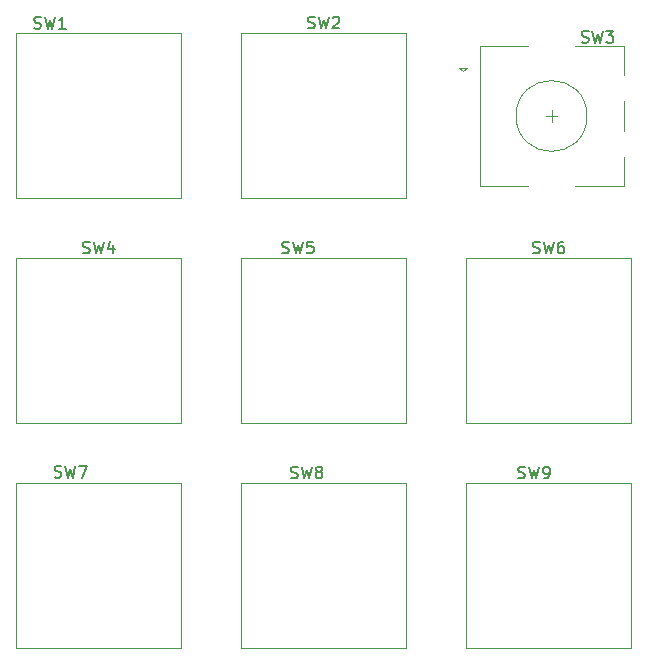
<source format=gbr>
%TF.GenerationSoftware,KiCad,Pcbnew,9.0.3*%
%TF.CreationDate,2025-07-24T19:08:25+05:30*%
%TF.ProjectId,hackpad,6861636b-7061-4642-9e6b-696361645f70,rev?*%
%TF.SameCoordinates,Original*%
%TF.FileFunction,Legend,Top*%
%TF.FilePolarity,Positive*%
%FSLAX46Y46*%
G04 Gerber Fmt 4.6, Leading zero omitted, Abs format (unit mm)*
G04 Created by KiCad (PCBNEW 9.0.3) date 2025-07-24 19:08:25*
%MOMM*%
%LPD*%
G01*
G04 APERTURE LIST*
%ADD10C,0.150000*%
%ADD11C,0.120000*%
G04 APERTURE END LIST*
D10*
X126976667Y-92689700D02*
X127119524Y-92737319D01*
X127119524Y-92737319D02*
X127357619Y-92737319D01*
X127357619Y-92737319D02*
X127452857Y-92689700D01*
X127452857Y-92689700D02*
X127500476Y-92642080D01*
X127500476Y-92642080D02*
X127548095Y-92546842D01*
X127548095Y-92546842D02*
X127548095Y-92451604D01*
X127548095Y-92451604D02*
X127500476Y-92356366D01*
X127500476Y-92356366D02*
X127452857Y-92308747D01*
X127452857Y-92308747D02*
X127357619Y-92261128D01*
X127357619Y-92261128D02*
X127167143Y-92213509D01*
X127167143Y-92213509D02*
X127071905Y-92165890D01*
X127071905Y-92165890D02*
X127024286Y-92118271D01*
X127024286Y-92118271D02*
X126976667Y-92023033D01*
X126976667Y-92023033D02*
X126976667Y-91927795D01*
X126976667Y-91927795D02*
X127024286Y-91832557D01*
X127024286Y-91832557D02*
X127071905Y-91784938D01*
X127071905Y-91784938D02*
X127167143Y-91737319D01*
X127167143Y-91737319D02*
X127405238Y-91737319D01*
X127405238Y-91737319D02*
X127548095Y-91784938D01*
X127881429Y-91737319D02*
X128119524Y-92737319D01*
X128119524Y-92737319D02*
X128310000Y-92023033D01*
X128310000Y-92023033D02*
X128500476Y-92737319D01*
X128500476Y-92737319D02*
X128738572Y-91737319D01*
X129548095Y-92070652D02*
X129548095Y-92737319D01*
X129310000Y-91689700D02*
X129071905Y-92403985D01*
X129071905Y-92403985D02*
X129690952Y-92403985D01*
X169218667Y-74858700D02*
X169361524Y-74906319D01*
X169361524Y-74906319D02*
X169599619Y-74906319D01*
X169599619Y-74906319D02*
X169694857Y-74858700D01*
X169694857Y-74858700D02*
X169742476Y-74811080D01*
X169742476Y-74811080D02*
X169790095Y-74715842D01*
X169790095Y-74715842D02*
X169790095Y-74620604D01*
X169790095Y-74620604D02*
X169742476Y-74525366D01*
X169742476Y-74525366D02*
X169694857Y-74477747D01*
X169694857Y-74477747D02*
X169599619Y-74430128D01*
X169599619Y-74430128D02*
X169409143Y-74382509D01*
X169409143Y-74382509D02*
X169313905Y-74334890D01*
X169313905Y-74334890D02*
X169266286Y-74287271D01*
X169266286Y-74287271D02*
X169218667Y-74192033D01*
X169218667Y-74192033D02*
X169218667Y-74096795D01*
X169218667Y-74096795D02*
X169266286Y-74001557D01*
X169266286Y-74001557D02*
X169313905Y-73953938D01*
X169313905Y-73953938D02*
X169409143Y-73906319D01*
X169409143Y-73906319D02*
X169647238Y-73906319D01*
X169647238Y-73906319D02*
X169790095Y-73953938D01*
X170123429Y-73906319D02*
X170361524Y-74906319D01*
X170361524Y-74906319D02*
X170552000Y-74192033D01*
X170552000Y-74192033D02*
X170742476Y-74906319D01*
X170742476Y-74906319D02*
X170980572Y-73906319D01*
X171266286Y-73906319D02*
X171885333Y-73906319D01*
X171885333Y-73906319D02*
X171552000Y-74287271D01*
X171552000Y-74287271D02*
X171694857Y-74287271D01*
X171694857Y-74287271D02*
X171790095Y-74334890D01*
X171790095Y-74334890D02*
X171837714Y-74382509D01*
X171837714Y-74382509D02*
X171885333Y-74477747D01*
X171885333Y-74477747D02*
X171885333Y-74715842D01*
X171885333Y-74715842D02*
X171837714Y-74811080D01*
X171837714Y-74811080D02*
X171790095Y-74858700D01*
X171790095Y-74858700D02*
X171694857Y-74906319D01*
X171694857Y-74906319D02*
X171409143Y-74906319D01*
X171409143Y-74906319D02*
X171313905Y-74858700D01*
X171313905Y-74858700D02*
X171266286Y-74811080D01*
X122838667Y-73673861D02*
X122981524Y-73721480D01*
X122981524Y-73721480D02*
X123219619Y-73721480D01*
X123219619Y-73721480D02*
X123314857Y-73673861D01*
X123314857Y-73673861D02*
X123362476Y-73626241D01*
X123362476Y-73626241D02*
X123410095Y-73531003D01*
X123410095Y-73531003D02*
X123410095Y-73435765D01*
X123410095Y-73435765D02*
X123362476Y-73340527D01*
X123362476Y-73340527D02*
X123314857Y-73292908D01*
X123314857Y-73292908D02*
X123219619Y-73245289D01*
X123219619Y-73245289D02*
X123029143Y-73197670D01*
X123029143Y-73197670D02*
X122933905Y-73150051D01*
X122933905Y-73150051D02*
X122886286Y-73102432D01*
X122886286Y-73102432D02*
X122838667Y-73007194D01*
X122838667Y-73007194D02*
X122838667Y-72911956D01*
X122838667Y-72911956D02*
X122886286Y-72816718D01*
X122886286Y-72816718D02*
X122933905Y-72769099D01*
X122933905Y-72769099D02*
X123029143Y-72721480D01*
X123029143Y-72721480D02*
X123267238Y-72721480D01*
X123267238Y-72721480D02*
X123410095Y-72769099D01*
X123743429Y-72721480D02*
X123981524Y-73721480D01*
X123981524Y-73721480D02*
X124172000Y-73007194D01*
X124172000Y-73007194D02*
X124362476Y-73721480D01*
X124362476Y-73721480D02*
X124600572Y-72721480D01*
X125505333Y-73721480D02*
X124933905Y-73721480D01*
X125219619Y-73721480D02*
X125219619Y-72721480D01*
X125219619Y-72721480D02*
X125124381Y-72864337D01*
X125124381Y-72864337D02*
X125029143Y-72959575D01*
X125029143Y-72959575D02*
X124933905Y-73007194D01*
X163838667Y-111739700D02*
X163981524Y-111787319D01*
X163981524Y-111787319D02*
X164219619Y-111787319D01*
X164219619Y-111787319D02*
X164314857Y-111739700D01*
X164314857Y-111739700D02*
X164362476Y-111692080D01*
X164362476Y-111692080D02*
X164410095Y-111596842D01*
X164410095Y-111596842D02*
X164410095Y-111501604D01*
X164410095Y-111501604D02*
X164362476Y-111406366D01*
X164362476Y-111406366D02*
X164314857Y-111358747D01*
X164314857Y-111358747D02*
X164219619Y-111311128D01*
X164219619Y-111311128D02*
X164029143Y-111263509D01*
X164029143Y-111263509D02*
X163933905Y-111215890D01*
X163933905Y-111215890D02*
X163886286Y-111168271D01*
X163886286Y-111168271D02*
X163838667Y-111073033D01*
X163838667Y-111073033D02*
X163838667Y-110977795D01*
X163838667Y-110977795D02*
X163886286Y-110882557D01*
X163886286Y-110882557D02*
X163933905Y-110834938D01*
X163933905Y-110834938D02*
X164029143Y-110787319D01*
X164029143Y-110787319D02*
X164267238Y-110787319D01*
X164267238Y-110787319D02*
X164410095Y-110834938D01*
X164743429Y-110787319D02*
X164981524Y-111787319D01*
X164981524Y-111787319D02*
X165172000Y-111073033D01*
X165172000Y-111073033D02*
X165362476Y-111787319D01*
X165362476Y-111787319D02*
X165600572Y-110787319D01*
X166029143Y-111787319D02*
X166219619Y-111787319D01*
X166219619Y-111787319D02*
X166314857Y-111739700D01*
X166314857Y-111739700D02*
X166362476Y-111692080D01*
X166362476Y-111692080D02*
X166457714Y-111549223D01*
X166457714Y-111549223D02*
X166505333Y-111358747D01*
X166505333Y-111358747D02*
X166505333Y-110977795D01*
X166505333Y-110977795D02*
X166457714Y-110882557D01*
X166457714Y-110882557D02*
X166410095Y-110834938D01*
X166410095Y-110834938D02*
X166314857Y-110787319D01*
X166314857Y-110787319D02*
X166124381Y-110787319D01*
X166124381Y-110787319D02*
X166029143Y-110834938D01*
X166029143Y-110834938D02*
X165981524Y-110882557D01*
X165981524Y-110882557D02*
X165933905Y-110977795D01*
X165933905Y-110977795D02*
X165933905Y-111215890D01*
X165933905Y-111215890D02*
X165981524Y-111311128D01*
X165981524Y-111311128D02*
X166029143Y-111358747D01*
X166029143Y-111358747D02*
X166124381Y-111406366D01*
X166124381Y-111406366D02*
X166314857Y-111406366D01*
X166314857Y-111406366D02*
X166410095Y-111358747D01*
X166410095Y-111358747D02*
X166457714Y-111311128D01*
X166457714Y-111311128D02*
X166505333Y-111215890D01*
X124588667Y-111673861D02*
X124731524Y-111721480D01*
X124731524Y-111721480D02*
X124969619Y-111721480D01*
X124969619Y-111721480D02*
X125064857Y-111673861D01*
X125064857Y-111673861D02*
X125112476Y-111626241D01*
X125112476Y-111626241D02*
X125160095Y-111531003D01*
X125160095Y-111531003D02*
X125160095Y-111435765D01*
X125160095Y-111435765D02*
X125112476Y-111340527D01*
X125112476Y-111340527D02*
X125064857Y-111292908D01*
X125064857Y-111292908D02*
X124969619Y-111245289D01*
X124969619Y-111245289D02*
X124779143Y-111197670D01*
X124779143Y-111197670D02*
X124683905Y-111150051D01*
X124683905Y-111150051D02*
X124636286Y-111102432D01*
X124636286Y-111102432D02*
X124588667Y-111007194D01*
X124588667Y-111007194D02*
X124588667Y-110911956D01*
X124588667Y-110911956D02*
X124636286Y-110816718D01*
X124636286Y-110816718D02*
X124683905Y-110769099D01*
X124683905Y-110769099D02*
X124779143Y-110721480D01*
X124779143Y-110721480D02*
X125017238Y-110721480D01*
X125017238Y-110721480D02*
X125160095Y-110769099D01*
X125493429Y-110721480D02*
X125731524Y-111721480D01*
X125731524Y-111721480D02*
X125922000Y-111007194D01*
X125922000Y-111007194D02*
X126112476Y-111721480D01*
X126112476Y-111721480D02*
X126350572Y-110721480D01*
X126636286Y-110721480D02*
X127302952Y-110721480D01*
X127302952Y-110721480D02*
X126874381Y-111721480D01*
X146026667Y-73639700D02*
X146169524Y-73687319D01*
X146169524Y-73687319D02*
X146407619Y-73687319D01*
X146407619Y-73687319D02*
X146502857Y-73639700D01*
X146502857Y-73639700D02*
X146550476Y-73592080D01*
X146550476Y-73592080D02*
X146598095Y-73496842D01*
X146598095Y-73496842D02*
X146598095Y-73401604D01*
X146598095Y-73401604D02*
X146550476Y-73306366D01*
X146550476Y-73306366D02*
X146502857Y-73258747D01*
X146502857Y-73258747D02*
X146407619Y-73211128D01*
X146407619Y-73211128D02*
X146217143Y-73163509D01*
X146217143Y-73163509D02*
X146121905Y-73115890D01*
X146121905Y-73115890D02*
X146074286Y-73068271D01*
X146074286Y-73068271D02*
X146026667Y-72973033D01*
X146026667Y-72973033D02*
X146026667Y-72877795D01*
X146026667Y-72877795D02*
X146074286Y-72782557D01*
X146074286Y-72782557D02*
X146121905Y-72734938D01*
X146121905Y-72734938D02*
X146217143Y-72687319D01*
X146217143Y-72687319D02*
X146455238Y-72687319D01*
X146455238Y-72687319D02*
X146598095Y-72734938D01*
X146931429Y-72687319D02*
X147169524Y-73687319D01*
X147169524Y-73687319D02*
X147360000Y-72973033D01*
X147360000Y-72973033D02*
X147550476Y-73687319D01*
X147550476Y-73687319D02*
X147788572Y-72687319D01*
X148121905Y-72782557D02*
X148169524Y-72734938D01*
X148169524Y-72734938D02*
X148264762Y-72687319D01*
X148264762Y-72687319D02*
X148502857Y-72687319D01*
X148502857Y-72687319D02*
X148598095Y-72734938D01*
X148598095Y-72734938D02*
X148645714Y-72782557D01*
X148645714Y-72782557D02*
X148693333Y-72877795D01*
X148693333Y-72877795D02*
X148693333Y-72973033D01*
X148693333Y-72973033D02*
X148645714Y-73115890D01*
X148645714Y-73115890D02*
X148074286Y-73687319D01*
X148074286Y-73687319D02*
X148693333Y-73687319D01*
X143838667Y-92689700D02*
X143981524Y-92737319D01*
X143981524Y-92737319D02*
X144219619Y-92737319D01*
X144219619Y-92737319D02*
X144314857Y-92689700D01*
X144314857Y-92689700D02*
X144362476Y-92642080D01*
X144362476Y-92642080D02*
X144410095Y-92546842D01*
X144410095Y-92546842D02*
X144410095Y-92451604D01*
X144410095Y-92451604D02*
X144362476Y-92356366D01*
X144362476Y-92356366D02*
X144314857Y-92308747D01*
X144314857Y-92308747D02*
X144219619Y-92261128D01*
X144219619Y-92261128D02*
X144029143Y-92213509D01*
X144029143Y-92213509D02*
X143933905Y-92165890D01*
X143933905Y-92165890D02*
X143886286Y-92118271D01*
X143886286Y-92118271D02*
X143838667Y-92023033D01*
X143838667Y-92023033D02*
X143838667Y-91927795D01*
X143838667Y-91927795D02*
X143886286Y-91832557D01*
X143886286Y-91832557D02*
X143933905Y-91784938D01*
X143933905Y-91784938D02*
X144029143Y-91737319D01*
X144029143Y-91737319D02*
X144267238Y-91737319D01*
X144267238Y-91737319D02*
X144410095Y-91784938D01*
X144743429Y-91737319D02*
X144981524Y-92737319D01*
X144981524Y-92737319D02*
X145172000Y-92023033D01*
X145172000Y-92023033D02*
X145362476Y-92737319D01*
X145362476Y-92737319D02*
X145600572Y-91737319D01*
X146457714Y-91737319D02*
X145981524Y-91737319D01*
X145981524Y-91737319D02*
X145933905Y-92213509D01*
X145933905Y-92213509D02*
X145981524Y-92165890D01*
X145981524Y-92165890D02*
X146076762Y-92118271D01*
X146076762Y-92118271D02*
X146314857Y-92118271D01*
X146314857Y-92118271D02*
X146410095Y-92165890D01*
X146410095Y-92165890D02*
X146457714Y-92213509D01*
X146457714Y-92213509D02*
X146505333Y-92308747D01*
X146505333Y-92308747D02*
X146505333Y-92546842D01*
X146505333Y-92546842D02*
X146457714Y-92642080D01*
X146457714Y-92642080D02*
X146410095Y-92689700D01*
X146410095Y-92689700D02*
X146314857Y-92737319D01*
X146314857Y-92737319D02*
X146076762Y-92737319D01*
X146076762Y-92737319D02*
X145981524Y-92689700D01*
X145981524Y-92689700D02*
X145933905Y-92642080D01*
X144588667Y-111739700D02*
X144731524Y-111787319D01*
X144731524Y-111787319D02*
X144969619Y-111787319D01*
X144969619Y-111787319D02*
X145064857Y-111739700D01*
X145064857Y-111739700D02*
X145112476Y-111692080D01*
X145112476Y-111692080D02*
X145160095Y-111596842D01*
X145160095Y-111596842D02*
X145160095Y-111501604D01*
X145160095Y-111501604D02*
X145112476Y-111406366D01*
X145112476Y-111406366D02*
X145064857Y-111358747D01*
X145064857Y-111358747D02*
X144969619Y-111311128D01*
X144969619Y-111311128D02*
X144779143Y-111263509D01*
X144779143Y-111263509D02*
X144683905Y-111215890D01*
X144683905Y-111215890D02*
X144636286Y-111168271D01*
X144636286Y-111168271D02*
X144588667Y-111073033D01*
X144588667Y-111073033D02*
X144588667Y-110977795D01*
X144588667Y-110977795D02*
X144636286Y-110882557D01*
X144636286Y-110882557D02*
X144683905Y-110834938D01*
X144683905Y-110834938D02*
X144779143Y-110787319D01*
X144779143Y-110787319D02*
X145017238Y-110787319D01*
X145017238Y-110787319D02*
X145160095Y-110834938D01*
X145493429Y-110787319D02*
X145731524Y-111787319D01*
X145731524Y-111787319D02*
X145922000Y-111073033D01*
X145922000Y-111073033D02*
X146112476Y-111787319D01*
X146112476Y-111787319D02*
X146350572Y-110787319D01*
X146874381Y-111215890D02*
X146779143Y-111168271D01*
X146779143Y-111168271D02*
X146731524Y-111120652D01*
X146731524Y-111120652D02*
X146683905Y-111025414D01*
X146683905Y-111025414D02*
X146683905Y-110977795D01*
X146683905Y-110977795D02*
X146731524Y-110882557D01*
X146731524Y-110882557D02*
X146779143Y-110834938D01*
X146779143Y-110834938D02*
X146874381Y-110787319D01*
X146874381Y-110787319D02*
X147064857Y-110787319D01*
X147064857Y-110787319D02*
X147160095Y-110834938D01*
X147160095Y-110834938D02*
X147207714Y-110882557D01*
X147207714Y-110882557D02*
X147255333Y-110977795D01*
X147255333Y-110977795D02*
X147255333Y-111025414D01*
X147255333Y-111025414D02*
X147207714Y-111120652D01*
X147207714Y-111120652D02*
X147160095Y-111168271D01*
X147160095Y-111168271D02*
X147064857Y-111215890D01*
X147064857Y-111215890D02*
X146874381Y-111215890D01*
X146874381Y-111215890D02*
X146779143Y-111263509D01*
X146779143Y-111263509D02*
X146731524Y-111311128D01*
X146731524Y-111311128D02*
X146683905Y-111406366D01*
X146683905Y-111406366D02*
X146683905Y-111596842D01*
X146683905Y-111596842D02*
X146731524Y-111692080D01*
X146731524Y-111692080D02*
X146779143Y-111739700D01*
X146779143Y-111739700D02*
X146874381Y-111787319D01*
X146874381Y-111787319D02*
X147064857Y-111787319D01*
X147064857Y-111787319D02*
X147160095Y-111739700D01*
X147160095Y-111739700D02*
X147207714Y-111692080D01*
X147207714Y-111692080D02*
X147255333Y-111596842D01*
X147255333Y-111596842D02*
X147255333Y-111406366D01*
X147255333Y-111406366D02*
X147207714Y-111311128D01*
X147207714Y-111311128D02*
X147160095Y-111263509D01*
X147160095Y-111263509D02*
X147064857Y-111215890D01*
X165076667Y-92689700D02*
X165219524Y-92737319D01*
X165219524Y-92737319D02*
X165457619Y-92737319D01*
X165457619Y-92737319D02*
X165552857Y-92689700D01*
X165552857Y-92689700D02*
X165600476Y-92642080D01*
X165600476Y-92642080D02*
X165648095Y-92546842D01*
X165648095Y-92546842D02*
X165648095Y-92451604D01*
X165648095Y-92451604D02*
X165600476Y-92356366D01*
X165600476Y-92356366D02*
X165552857Y-92308747D01*
X165552857Y-92308747D02*
X165457619Y-92261128D01*
X165457619Y-92261128D02*
X165267143Y-92213509D01*
X165267143Y-92213509D02*
X165171905Y-92165890D01*
X165171905Y-92165890D02*
X165124286Y-92118271D01*
X165124286Y-92118271D02*
X165076667Y-92023033D01*
X165076667Y-92023033D02*
X165076667Y-91927795D01*
X165076667Y-91927795D02*
X165124286Y-91832557D01*
X165124286Y-91832557D02*
X165171905Y-91784938D01*
X165171905Y-91784938D02*
X165267143Y-91737319D01*
X165267143Y-91737319D02*
X165505238Y-91737319D01*
X165505238Y-91737319D02*
X165648095Y-91784938D01*
X165981429Y-91737319D02*
X166219524Y-92737319D01*
X166219524Y-92737319D02*
X166410000Y-92023033D01*
X166410000Y-92023033D02*
X166600476Y-92737319D01*
X166600476Y-92737319D02*
X166838572Y-91737319D01*
X167648095Y-91737319D02*
X167457619Y-91737319D01*
X167457619Y-91737319D02*
X167362381Y-91784938D01*
X167362381Y-91784938D02*
X167314762Y-91832557D01*
X167314762Y-91832557D02*
X167219524Y-91975414D01*
X167219524Y-91975414D02*
X167171905Y-92165890D01*
X167171905Y-92165890D02*
X167171905Y-92546842D01*
X167171905Y-92546842D02*
X167219524Y-92642080D01*
X167219524Y-92642080D02*
X167267143Y-92689700D01*
X167267143Y-92689700D02*
X167362381Y-92737319D01*
X167362381Y-92737319D02*
X167552857Y-92737319D01*
X167552857Y-92737319D02*
X167648095Y-92689700D01*
X167648095Y-92689700D02*
X167695714Y-92642080D01*
X167695714Y-92642080D02*
X167743333Y-92546842D01*
X167743333Y-92546842D02*
X167743333Y-92308747D01*
X167743333Y-92308747D02*
X167695714Y-92213509D01*
X167695714Y-92213509D02*
X167648095Y-92165890D01*
X167648095Y-92165890D02*
X167552857Y-92118271D01*
X167552857Y-92118271D02*
X167362381Y-92118271D01*
X167362381Y-92118271D02*
X167267143Y-92165890D01*
X167267143Y-92165890D02*
X167219524Y-92213509D01*
X167219524Y-92213509D02*
X167171905Y-92308747D01*
D11*
%TO.C,SW4*%
X121325000Y-93171500D02*
X135295000Y-93171500D01*
X121325000Y-107141500D02*
X121325000Y-93171500D01*
X135295000Y-93171500D02*
X135295000Y-107141500D01*
X135295000Y-107141500D02*
X121325000Y-107141500D01*
%TO.C,SW3*%
X158860000Y-77006500D02*
X159460000Y-77006500D01*
X159160000Y-77306500D02*
X158860000Y-77006500D01*
X159460000Y-77006500D02*
X159160000Y-77306500D01*
X160560000Y-75206500D02*
X160560000Y-87006500D01*
X164660000Y-75206500D02*
X160560000Y-75206500D01*
X164660000Y-87006500D02*
X160560000Y-87006500D01*
X166160000Y-81106500D02*
X167160000Y-81106500D01*
X166660000Y-80606500D02*
X166660000Y-81606500D01*
X168660000Y-75206500D02*
X172760000Y-75206500D01*
X172760000Y-75206500D02*
X172760000Y-77606500D01*
X172760000Y-79806500D02*
X172760000Y-82406500D01*
X172760000Y-84606500D02*
X172760000Y-87006500D01*
X172760000Y-87006500D02*
X168660000Y-87006500D01*
X169660000Y-81106500D02*
G75*
G02*
X163660000Y-81106500I-3000000J0D01*
G01*
X163660000Y-81106500D02*
G75*
G02*
X169660000Y-81106500I3000000J0D01*
G01*
%TO.C,SW1*%
X121325000Y-74121500D02*
X135295000Y-74121500D01*
X121325000Y-88091500D02*
X121325000Y-74121500D01*
X135295000Y-74121500D02*
X135295000Y-88091500D01*
X135295000Y-88091500D02*
X121325000Y-88091500D01*
%TO.C,SW9*%
X159425000Y-112221500D02*
X173395000Y-112221500D01*
X159425000Y-126191500D02*
X159425000Y-112221500D01*
X173395000Y-112221500D02*
X173395000Y-126191500D01*
X173395000Y-126191500D02*
X159425000Y-126191500D01*
%TO.C,SW7*%
X121325000Y-112221500D02*
X135295000Y-112221500D01*
X121325000Y-126191500D02*
X121325000Y-112221500D01*
X135295000Y-112221500D02*
X135295000Y-126191500D01*
X135295000Y-126191500D02*
X121325000Y-126191500D01*
%TO.C,SW2*%
X140375000Y-74121500D02*
X154345000Y-74121500D01*
X140375000Y-88091500D02*
X140375000Y-74121500D01*
X154345000Y-74121500D02*
X154345000Y-88091500D01*
X154345000Y-88091500D02*
X140375000Y-88091500D01*
%TO.C,SW5*%
X140375000Y-93171500D02*
X154345000Y-93171500D01*
X140375000Y-107141500D02*
X140375000Y-93171500D01*
X154345000Y-93171500D02*
X154345000Y-107141500D01*
X154345000Y-107141500D02*
X140375000Y-107141500D01*
%TO.C,SW8*%
X140375000Y-112221500D02*
X154345000Y-112221500D01*
X140375000Y-126191500D02*
X140375000Y-112221500D01*
X154345000Y-112221500D02*
X154345000Y-126191500D01*
X154345000Y-126191500D02*
X140375000Y-126191500D01*
%TO.C,SW6*%
X159425000Y-93171500D02*
X173395000Y-93171500D01*
X159425000Y-107141500D02*
X159425000Y-93171500D01*
X173395000Y-93171500D02*
X173395000Y-107141500D01*
X173395000Y-107141500D02*
X159425000Y-107141500D01*
%TD*%
M02*

</source>
